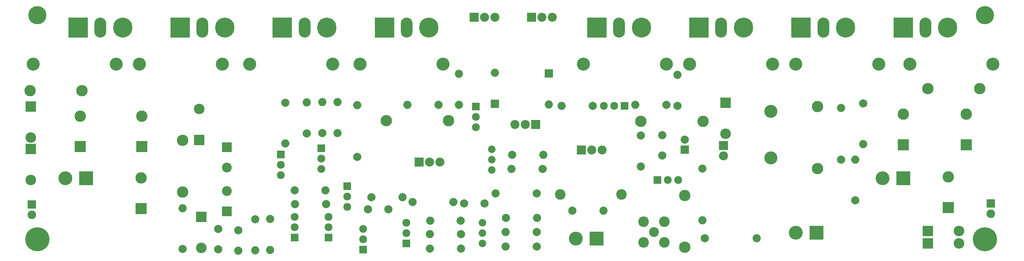
<source format=gbr>
G04 #@! TF.FileFunction,Soldermask,Bot*
%FSLAX46Y46*%
G04 Gerber Fmt 4.6, Leading zero omitted, Abs format (unit mm)*
G04 Created by KiCad (PCBNEW 4.0.7) date 10/13/20 15:54:45*
%MOMM*%
%LPD*%
G01*
G04 APERTURE LIST*
%ADD10C,0.100000*%
%ADD11R,2.800000X2.800000*%
%ADD12C,2.800000*%
%ADD13C,2.600000*%
%ADD14C,2.400000*%
%ADD15R,2.000000X2.000000*%
%ADD16C,2.000000*%
%ADD17C,1.920000*%
%ADD18R,1.920000X1.920000*%
%ADD19O,2.000000X2.000000*%
%ADD20R,2.400000X2.400000*%
%ADD21R,2.600000X2.600000*%
%ADD22O,2.600000X2.600000*%
%ADD23R,2.200000X2.200000*%
%ADD24C,2.200000*%
%ADD25C,1.840000*%
%ADD26O,2.800000X2.800000*%
%ADD27R,4.700000X4.900000*%
%ADD28O,2.900000X4.900000*%
%ADD29O,4.700000X4.900000*%
%ADD30C,3.200000*%
%ADD31O,3.200000X3.200000*%
%ADD32R,3.400000X3.400000*%
%ADD33C,3.400000*%
%ADD34C,5.900000*%
%ADD35C,4.464000*%
%ADD36O,2.200000X2.200000*%
%ADD37R,2.100000X2.100000*%
%ADD38O,2.100000X2.100000*%
G04 APERTURE END LIST*
D10*
D11*
X55600000Y-79250000D03*
D12*
X55600000Y-71750000D03*
D13*
X178460000Y-102790000D03*
X178460000Y-97710000D03*
X183540000Y-97710000D03*
X183540000Y-102790000D03*
D14*
X181000000Y-100250000D03*
D15*
X188500000Y-80000000D03*
D16*
X188500000Y-77500000D03*
D17*
X120400000Y-100460000D03*
X120400000Y-97920000D03*
D18*
X120400000Y-103000000D03*
D17*
X89650000Y-83730000D03*
X89650000Y-86270000D03*
D18*
X89650000Y-81190000D03*
D16*
X184000000Y-69000000D03*
D19*
X176380000Y-69000000D03*
D16*
X133690000Y-97400000D03*
D19*
X126190000Y-97400000D03*
D16*
X93040000Y-89940000D03*
D19*
X100540000Y-89940000D03*
D16*
X74300000Y-104475000D03*
X74300000Y-99475000D03*
X183000000Y-76400000D03*
X183000000Y-81400000D03*
X79200000Y-104800000D03*
X79200000Y-99800000D03*
D20*
X76425000Y-79400000D03*
D14*
X76425000Y-84400000D03*
D20*
X76425000Y-95175000D03*
D14*
X76425000Y-90175000D03*
D16*
X110980000Y-94600000D03*
X115980000Y-94600000D03*
X152250000Y-90750000D03*
D19*
X142250000Y-90750000D03*
D16*
X230300000Y-92400000D03*
D19*
X230300000Y-82400000D03*
D16*
X90700000Y-68450000D03*
D19*
X90700000Y-78450000D03*
D11*
X257400000Y-78800000D03*
D12*
X257400000Y-71300000D03*
D16*
X232200000Y-68600000D03*
D19*
X232200000Y-78600000D03*
D21*
X70125000Y-96500000D03*
D22*
X70125000Y-104120000D03*
D23*
X198000000Y-79000000D03*
D24*
X198000000Y-81540000D03*
D15*
X142000000Y-68750000D03*
D19*
X142000000Y-61130000D03*
D15*
X155250000Y-61250000D03*
D19*
X155250000Y-68870000D03*
D21*
X69675000Y-77600000D03*
D22*
X69675000Y-69980000D03*
D21*
X198500000Y-68500000D03*
D22*
X198500000Y-76120000D03*
D16*
X144750000Y-96750000D03*
D19*
X152370000Y-96750000D03*
D16*
X161000000Y-95000000D03*
D19*
X168620000Y-95000000D03*
D16*
X99800000Y-75950000D03*
D19*
X99800000Y-68330000D03*
D16*
X96000000Y-76000000D03*
D19*
X96000000Y-68380000D03*
D16*
X100700000Y-93320000D03*
D19*
X93080000Y-93320000D03*
D16*
X133750000Y-100750000D03*
D19*
X126130000Y-100750000D03*
D16*
X133750000Y-104250000D03*
D19*
X126130000Y-104250000D03*
D16*
X152250000Y-100250000D03*
D19*
X144630000Y-100250000D03*
D16*
X152250000Y-103750000D03*
D19*
X144630000Y-103750000D03*
D25*
X139000000Y-103000000D03*
X139000000Y-100460000D03*
X139000000Y-97920000D03*
D12*
X188500000Y-91250000D03*
D26*
X188500000Y-103950000D03*
D16*
X177750000Y-76500000D03*
D19*
X177750000Y-84120000D03*
D12*
X65550000Y-90425000D03*
D26*
X65550000Y-77725000D03*
D16*
X87000000Y-97000000D03*
D19*
X87000000Y-104620000D03*
D16*
X83400000Y-97100000D03*
D19*
X83400000Y-104720000D03*
D16*
X192800000Y-84600000D03*
D19*
X192800000Y-97300000D03*
D16*
X103500000Y-75950000D03*
D19*
X103500000Y-68330000D03*
D16*
X146250000Y-81250000D03*
D19*
X153870000Y-81250000D03*
D25*
X141250000Y-85000000D03*
X141250000Y-82460000D03*
X141250000Y-79920000D03*
D16*
X153750000Y-84750000D03*
D19*
X146130000Y-84750000D03*
D16*
X166000000Y-69250000D03*
D19*
X158380000Y-69250000D03*
D16*
X128250000Y-69000000D03*
D19*
X120630000Y-69000000D03*
D12*
X193000000Y-73000000D03*
D26*
X177760000Y-73000000D03*
D16*
X133250000Y-69000000D03*
D19*
X133250000Y-61380000D03*
D16*
X186750000Y-69250000D03*
D19*
X186750000Y-61630000D03*
D12*
X28250000Y-65500000D03*
D26*
X40950000Y-65500000D03*
D12*
X260750000Y-65000000D03*
D26*
X248050000Y-65000000D03*
D16*
X226800000Y-82400000D03*
D19*
X226800000Y-69700000D03*
D27*
X40000000Y-50000000D03*
D28*
X45450000Y-50000000D03*
D29*
X50900000Y-50000000D03*
D27*
X242000000Y-50000000D03*
D28*
X247450000Y-50000000D03*
D29*
X252900000Y-50000000D03*
D27*
X65000000Y-50000000D03*
D28*
X70450000Y-50000000D03*
D29*
X75900000Y-50000000D03*
D27*
X217000000Y-50000000D03*
D28*
X222450000Y-50000000D03*
D29*
X227900000Y-50000000D03*
D27*
X90000000Y-50000000D03*
D28*
X95450000Y-50000000D03*
D29*
X100900000Y-50000000D03*
D27*
X192000000Y-50000000D03*
D28*
X197450000Y-50000000D03*
D29*
X202900000Y-50000000D03*
D27*
X115000000Y-50000000D03*
D28*
X120450000Y-50000000D03*
D29*
X125900000Y-50000000D03*
D27*
X167000000Y-50000000D03*
D28*
X172450000Y-50000000D03*
D29*
X177900000Y-50000000D03*
D30*
X29000000Y-59000000D03*
D31*
X49320000Y-59000000D03*
D30*
X264000000Y-59000000D03*
D31*
X243680000Y-59000000D03*
D30*
X55000000Y-59000000D03*
D31*
X75320000Y-59000000D03*
D30*
X236000000Y-59000000D03*
D31*
X215680000Y-59000000D03*
D30*
X82000000Y-59000000D03*
D31*
X102320000Y-59000000D03*
D30*
X210000000Y-59000000D03*
D31*
X189680000Y-59000000D03*
D30*
X109000000Y-59000000D03*
D31*
X129320000Y-59000000D03*
D30*
X184000000Y-59000000D03*
D31*
X163680000Y-59000000D03*
D32*
X220800000Y-100400000D03*
D33*
X215720000Y-100400000D03*
D32*
X242000000Y-87000000D03*
D33*
X236920000Y-87000000D03*
D32*
X42000000Y-87000000D03*
D33*
X36920000Y-87000000D03*
D34*
X262000000Y-102000000D03*
D35*
X262000000Y-47000000D03*
D34*
X30000000Y-102000000D03*
D35*
X30000000Y-47000000D03*
D32*
X166900000Y-101800000D03*
D33*
X161820000Y-101800000D03*
D11*
X40500000Y-79250000D03*
D12*
X40500000Y-71750000D03*
D11*
X55425000Y-94425000D03*
D12*
X55425000Y-86925000D03*
D11*
X242000000Y-78800000D03*
D12*
X242000000Y-71300000D03*
D11*
X253000000Y-94200000D03*
D12*
X253000000Y-86700000D03*
X130700000Y-72900000D03*
D26*
X115460000Y-72900000D03*
D13*
X158000000Y-91000000D03*
X173000000Y-91000000D03*
D30*
X209600000Y-82000000D03*
X209600000Y-70570000D03*
D12*
X221000000Y-69400000D03*
D26*
X221000000Y-84640000D03*
D17*
X109800000Y-102010000D03*
X109800000Y-99470000D03*
D18*
X109800000Y-104550000D03*
D17*
X99500000Y-82140000D03*
X99500000Y-84680000D03*
D18*
X99500000Y-79600000D03*
D17*
X101350000Y-99010000D03*
X101350000Y-96470000D03*
D18*
X101350000Y-101550000D03*
D17*
X93000000Y-99060000D03*
X93000000Y-96520000D03*
D18*
X93000000Y-101600000D03*
D17*
X184340000Y-87400000D03*
X186880000Y-87400000D03*
D18*
X181800000Y-87400000D03*
D17*
X105890000Y-91530000D03*
X105890000Y-94070000D03*
D18*
X105890000Y-88990000D03*
D17*
X137400000Y-71940000D03*
X137400000Y-74480000D03*
D18*
X137400000Y-69400000D03*
D17*
X171210000Y-69250000D03*
X168670000Y-69250000D03*
D18*
X173750000Y-69250000D03*
D21*
X28400000Y-69400000D03*
D22*
X28400000Y-77020000D03*
D21*
X248000000Y-100000000D03*
D22*
X255620000Y-100000000D03*
D21*
X28400000Y-79800000D03*
D22*
X28400000Y-87420000D03*
D21*
X248000000Y-103000000D03*
D22*
X255620000Y-103000000D03*
D16*
X65625000Y-104400000D03*
D19*
X65625000Y-94400000D03*
D23*
X123500000Y-83000000D03*
D36*
X126040000Y-83000000D03*
X128580000Y-83000000D03*
D23*
X152000000Y-73800000D03*
D36*
X149460000Y-73800000D03*
X146920000Y-73800000D03*
D23*
X163200000Y-80100000D03*
D36*
X165740000Y-80100000D03*
X168280000Y-80100000D03*
D23*
X137000000Y-47500000D03*
D36*
X139540000Y-47500000D03*
X142080000Y-47500000D03*
D23*
X151000000Y-47500000D03*
D36*
X153540000Y-47500000D03*
X156080000Y-47500000D03*
D16*
X193460000Y-101760000D03*
D19*
X206160000Y-101760000D03*
D16*
X108360000Y-81720000D03*
D19*
X108360000Y-69020000D03*
D16*
X134530000Y-93150000D03*
X139530000Y-93150000D03*
X121875000Y-92850000D03*
D19*
X131875000Y-92850000D03*
D16*
X111825000Y-91675000D03*
D19*
X119445000Y-91675000D03*
D37*
X263440000Y-93170000D03*
D38*
X263440000Y-95710000D03*
D37*
X28700000Y-93460000D03*
D38*
X28700000Y-96000000D03*
M02*

</source>
